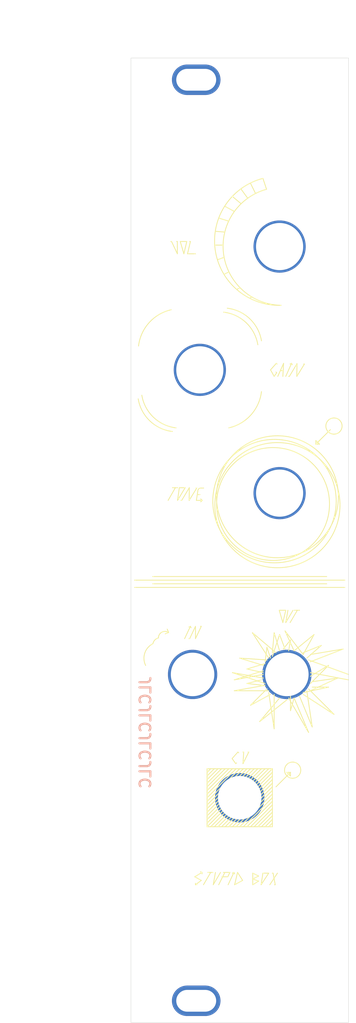
<source format=kicad_pcb>
(kicad_pcb (version 20211014) (generator pcbnew)
  (layers (0 "F.Cu" signal) (31 "B.Cu" signal) (34 "B.Paste" user) (35 "F.Paste" user) (36 "B.SilkS" user "B.Silkscreen") (37 "F.SilkS" user "F.Silkscreen") (38 "B.Mask" user) (39 "F.Mask" user) (44 "Edge.Cuts" user))
  (net 0 "")
  (footprint "Synth:Doepfer Mounting hole" (layer "F.Cu") (at 71 28)
    (fp_text reference "REF**" hide)
    (fp_text value "Doepfer Mounting hole")
    (pad "1" thru_hole oval locked (at 0 0) (size 6.7 4.2) (drill oval 5.5 3) (layers *.Cu *.Mask))
  )
  (footprint "Synth:Doepfer Mounting hole" (layer "F.Cu") (at 71 155)
    (fp_text reference "REF**" hide)
    (fp_text value "Doepfer Mounting hole")
    (pad "1" thru_hole oval locked (at 0 0) (size 6.7 4.2) (drill oval 5.5 3) (layers *.Cu *.Mask))
  )
  (gr_line (start 72.5 131) (end 72.5 123) (layer "F.SilkS") (width 0.12))
  (gr_line (start 80 123) (end 72.5 130.5) (layer "F.SilkS") (width 0.12))
  (gr_line (start 87.25 104.5) (end 85.75 107.25) (layer "F.SilkS") (width 0.12))
  (gr_line (start 67.190253 104.214932) (end 66.725321 104.405185) (layer "F.SilkS") (width 0.12))
  (gr_line (start 84 124) (end 83.5 123.5) (layer "F.SilkS") (width 0.12))
  (gr_circle (center 90 75.75) (end 89.5 74.75) (layer "F.SilkS") (width 0.12) (fill none))
  (gr_line (start 87.5 78.25) (end 87.5 77.75) (layer "F.SilkS") (width 0.12))
  (gr_line (start 87.5 78.25) (end 88 78.25) (layer "F.SilkS") (width 0.12))
  (gr_line (start 89.5 76.25) (end 87.5 78.25) (layer "F.SilkS") (width 0.12))
  (gr_line (start 87.5 77.75) (end 88 78.25) (layer "F.SilkS") (width 0.12))
  (gr_line (start 81.25 68) (end 81.75 68.9) (layer "F.SilkS") (width 0.12))
  (gr_line (start 81.5 107) (end 81.75 104.25) (layer "F.SilkS") (width 0.12))
  (gr_line (start 74.5 131) (end 81.5 124) (layer "F.SilkS") (width 0.12))
  (gr_line (start 77.55 120.7) (end 77.45 122.3) (layer "F.SilkS") (width 0.12))
  (gr_line (start 81.5 128.5) (end 79 131) (layer "F.SilkS") (width 0.12))
  (gr_line (start 80.25 109.5) (end 76.25 110.75) (layer "F.SilkS") (width 0.12))
  (gr_line (start 80.75 106.25) (end 80.5 108.25) (layer "F.SilkS") (width 0.12))
  (gr_circle (center 81.6 86.5) (end 85 93.5) (layer "F.SilkS") (width 0.12) (fill none))
  (gr_line (start 86.5 118) (end 84.5 113.25) (layer "F.SilkS") (width 0.12))
  (gr_line (start 76.2 137.3) (end 76 137.4) (layer "F.SilkS") (width 0.12))
  (gr_line (start 69.7 50.3) (end 69.3 52) (layer "F.SilkS") (width 0.12))
  (gr_line (start 76.3 139) (end 77.4 138.4) (layer "F.SilkS") (width 0.12))
  (gr_arc (start 65.788868 104.964931) (mid 66.264928 104.170202) (end 67.190253 104.214932) (layer "F.SilkS") (width 0.12))
  (gr_line (start 78 111.25) (end 80.25 111.5) (layer "F.SilkS") (width 0.12))
  (gr_line (start 68.4 50.3) (end 68.3 50.3) (layer "F.SilkS") (width 0.12))
  (gr_line (start 70.9 105.064932) (end 71.7 103.364932) (layer "F.SilkS") (width 0.12))
  (gr_line (start 80.5 108.5) (end 78 109.25) (layer "F.SilkS") (width 0.12))
  (gr_line (start 77.5 123) (end 72.5 128) (layer "F.SilkS") (width 0.12))
  (gr_line (start 81.5 125.5) (end 76 131) (layer "F.SilkS") (width 0.12))
  (gr_line (start 77.4 138.4) (end 76.7 137.3) (layer "F.SilkS") (width 0.12))
  (gr_line (start 86.25 107.75) (end 88.25 106) (layer "F.SilkS") (width 0.12))
  (gr_line (start 74.7 50.8) (end 73.6 50.8) (layer "F.SilkS") (width 0.12))
  (gr_line (start 71.225 84.7) (end 71.025 86) (layer "F.SilkS") (width 0.12))
  (gr_line (start 69.3 52) (end 68.8 50.3) (layer "F.SilkS") (width 0.12))
  (gr_line (start 78.4 58.1) (end 78.6 58) (layer "F.SilkS") (width 0.12))
  (gr_arc (start 82.7 59.1) (mid 73.624027 51.467996) (end 80.2 41.6) (layer "F.SilkS") (width 0.12))
  (gr_line (start 69.4 105.064932) (end 70.2 103.364932) (layer "F.SilkS") (width 0.12))
  (gr_line (start 67.6 50.3) (end 68.4 52) (layer "F.SilkS") (width 0.12))
  (gr_line (start 85.925 67.2) (end 85.825 67.2) (layer "F.SilkS") (width 0.12))
  (gr_line (start 75.95 121.6) (end 76.45 122.3) (layer "F.SilkS") (width 0.12))
  (gr_line (start 84.55 101.15) (end 85.25 101.15) (layer "F.SilkS") (width 0.12))
  (gr_line (start 75.5 47.5) (end 74.2 47.1) (layer "F.SilkS") (width 0.12))
  (gr_line (start 76.25 112.25) (end 80.5 111.5) (layer "F.SilkS") (width 0.12))
  (gr_line (start 75.4 139) (end 76.2 137.3) (layer "F.SilkS") (width 0.12))
  (gr_line (start 81 137.4) (end 79.95 139) (layer "F.SilkS") (width 0.12))
  (gr_arc (start 75.285085 59.5) (mid 78.393876 60.962784) (end 80 64) (layer "F.SilkS") (width 0.12))
  (gr_line (start 78.25 120.7) (end 78.15 120.7) (layer "F.SilkS") (width 0.12))
  (gr_line (start 82.05 67.1) (end 81.25 68) (layer "F.SilkS") (width 0.12))
  (gr_line (start 82 125.5) (end 84 123.5) (layer "F.SilkS") (width 0.12))
  (gr_line (start 80.2 137.4) (end 81 137.4) (layer "F.SilkS") (width 0.12))
  (gr_line (start 68.4 52) (end 68.4 50.3) (layer "F.SilkS") (width 0.12))
  (gr_line (start 81.5 131) (end 72.5 131) (layer "F.SilkS") (width 0.12))
  (gr_line (start 71.225 85.2) (end 71.525 85.2) (layer "F.SilkS") (width 0.12))
  (gr_line (start 78.25 120.7) (end 77.45 122.3) (layer "F.SilkS") (width 0.12))
  (gr_line (start 74.75 137.3) (end 75.65 137.3) (layer "F.SilkS") (width 0.12))
  (gr_line (start 70.2 103.364932) (end 70 103.464932) (layer "F.SilkS") (width 0.12))
  (gr_line (start 91.25 106.5) (end 86.75 108.25) (layer "F.SilkS") (width 0.12))
  (gr_line (start 73.5 123) (end 72.5 124) (layer "F.SilkS") (width 0.12))
  (gr_line (start 70.9 139) (end 70.9 138.8) (layer "F.SilkS") (width 0.12))
  (gr_line (start 71.8 137.3) (end 70.8 137.9) (layer "F.SilkS") (width 0.12))
  (gr_line (start 82.2 137.4) (end 81.15 139) (layer "F.SilkS") (width 0.12))
  (gr_line (start 84.9 67.15) (end 84.875 68.9) (layer "F.SilkS") (width 0.12))
  (gr_line (start 92 110.75) (end 86.75 109.75) (layer "F.SilkS") (width 0.12))
  (gr_line (start 85.925 67.2) (end 84.875 68.9) (layer "F.SilkS") (width 0.12))
  (gr_line (start 70.2 103.364932) (end 70.3 103.564932) (layer "F.SilkS") (width 0.12))
  (gr_line (start 90 115.5) (end 86.5 112) (layer "F.SilkS") (width 0.12))
  (gr_line (start 84.15 67.1) (end 83.95 67.2) (layer "F.SilkS") (width 0.12))
  (gr_line (start 82 68.3) (end 82.1 68.4) (layer "F.SilkS") (width 0.12))
  (gr_line (start 71.075 84.3) (end 70.975 84.3) (layer "F.SilkS") (width 0.12))
  (gr_line (start 76.75 120.7) (end 75.95 121.6) (layer "F.SilkS") (width 0.12))
  (gr_line (start 75.65 137.3) (end 75.35 137.9) (layer "F.SilkS") (width 0.12))
  (gr_line (start 81.5 130.5) (end 81 131) (layer "F.SilkS") (width 0.12))
  (gr_line (start 68.425 86) (end 68.675 84.25) (layer "F.SilkS") (width 0.12))
  (gr_line (start 80.5 111.25) (end 76 109.75) (layer "F.SilkS") (width 0.12))
  (gr_line (start 70.05 84.25) (end 69 86) (layer "F.SilkS") (width 0.12))
  (gr_line (start 78.5 131) (end 81.5 128) (layer "F.SilkS") (width 0.12))
  (gr_line (start 71.025 86) (end 71.725 86) (layer "F.SilkS") (width 0.12))
  (gr_arc (start 82.7 59.1) (mid 74.768285 51.966464) (end 80.7 43.1) (layer "F.SilkS") (width 0.12))
  (gr_line (start 84 105.25) (end 83.75 106.75) (layer "F.SilkS") (width 0.12))
  (gr_line (start 71.8 137.3) (end 71.8 137.5) (layer "F.SilkS") (width 0.12))
  (gr_line (start 81.5 124.5) (end 75 131) (layer "F.SilkS") (width 0.12))
  (gr_line (start 81.5 129) (end 79.5 131) (layer "F.SilkS") (width 0.12))
  (gr_line (start 79.6 137.8) (end 78.8 137.4) (layer "F.SilkS") (width 0.12))
  (gr_circle (center 84.3 123.2) (end 84.8 124.2) (layer "F.SilkS") (width 0.12) (fill none))
  (gr_line (start 69 86) (end 68.9 86) (layer "F.SilkS") (width 0.12))
  (gr_line (start 74.8 52.5) (end 74 52.8) (layer "F.SilkS") (width 0.12))
  (gr_line (start 83.75 113.25) (end 86.5 118) (layer "F.SilkS") (width 0.12))
  (gr_arc (start 80 71) (mid 78.54435 74.214915) (end 75.5 76) (layer "F.SilkS") (width 0.12))
  (gr_circle (center 82.2 86.657907) (end 80 95) (layer "F.SilkS") (width 0.12) (fill none))
  (gr_arc (start 71.225 84.7) (mid 71.342157 84.417157) (end 71.625 84.3) (layer "F.SilkS") (width 0.12))
  (gr_line (start 83.25 104) (end 84.5 106.75) (layer "F.SilkS") (width 0.12))
  (gr_line (start 71.7 138.4) (end 70.9 139) (layer "F.SilkS") (width 0.12))
  (gr_line (start 86.25 112.25) (end 87 117.25) (layer "F.SilkS") (width 0.12))
  (gr_line (start 83.35 101.15) (end 82.95 102.85) (layer "F.SilkS") (width 0.12))
  (gr_arc (start 67.714915 76.5) (mid 64.606124 75.037216) (end 63 72) (layer "F.SilkS") (width 0.12))
  (gr_line (start 77.5 131) (end 81.5 127) (layer "F.SilkS") (width 0.12))
  (gr_line (start 90.5 110.5) (end 86.75 112.25) (layer "F.SilkS") (width 0.12))
  (gr_line (start 82.45 101.15) (end 83.35 101.15) (layer "F.SilkS") (width 0.12))
  (gr_line (start 79 123) (end 72.5 129.5) (layer "F.SilkS") (width 0.12))
  (gr_line (start 73.35 139) (end 74.35 137.3) (layer "F.SilkS") (width 0.12))
  (gr_line (start 76.75 120.7) (end 76.85 120.8) (layer "F.SilkS") (width 0.12))
  (gr_line (start 86.5 108) (end 92 110) (layer "F.SilkS") (width 0.12))
  (gr_line (start 81.75 104.25) (end 82.5 106.75) (layer "F.SilkS") (width 0.12))
  (gr_line (start 81 112.5) (end 81.75 117.5) (layer "F.SilkS") (width 0.12))
  (gr_line (start 65 96.5) (end 89 96.5) (layer "F.SilkS") (width 0.12))
  (gr_line (start 80.2 41.6) (end 80.7 43.1) (layer "F.SilkS") (width 0.12))
  (gr_line (start 81.5 123) (end 81.5 131) (layer "F.SilkS") (width 0.12))
  (gr_line (start 82.95 102.85) (end 82.45 101.15) (layer "F.SilkS") (width 0.12))
  (gr_line (start 78.5 114.25) (end 80.75 112) (layer "F.SilkS") (width 0.12))
  (gr_line (start 70.8 137.9) (end 71.7 138.4) (layer "F.SilkS") (width 0.12))
  (gr_line (start 83.35 68.9) (end 84.15 67.1) (layer "F.SilkS") (width 0.12))
  (gr_line (start 84.5 113.25) (end 84 115) (layer "F.SilkS") (width 0.12))
  (gr_line (start 72.5 131) (end 80.5 123) (layer "F.SilkS") (width 0.12))
  (gr_line (start 74.9 49) (end 73.7 48.9) (layer "F.SilkS") (width 0.12))
  (gr_line (start 70.9 139) (end 71.1 139) (layer "F.SilkS") (width 0.12))
  (gr_line (start 76.45 122.3) (end 76.55 122.2) (layer "F.SilkS") (width 0.12))
  (gr_line (start 84 115) (end 84 113) (layer "F.SilkS") (width 0.12))
  (gr_line (start 81.5 129.5) (end 80 131) (layer "F.SilkS") (width 0.12))
  (gr_line (start 78 123) (end 72.5 128.5) (layer "F.SilkS") (width 0.12))
  (gr_line (start 76 123) (end 72.5 126.5) (layer "F.SilkS") (width 0.12))
  (gr_line (start 81.8 139) (end 81.9 139) (layer "F.SilkS") (width 0.12))
  (gr_line (start 81 112.25) (end 76.25 112.25) (layer "F.SilkS") (width 0.12))
  (gr_line (start 82.95 68.1) (end 82.65 68.1) (layer "F.SilkS") (width 0.12))
  (gr_line (start 76.7 137.3) (end 76.3 139) (layer "F.SilkS") (width 0.12))
  (gr_line (start 84.9 67.15) (end 83.85 68.9) (layer "F.SilkS") (width 0.12))
  (gr_line (start 69.8 52) (end 70.9 52) (layer "F.SilkS") (width 0.12))
  (gr_line (start 76.25 46.15) (end 74.95 45.45) (layer "F.SilkS") (width 0.12))
  (gr_line (start 81.6 137.4) (end 81.9 139) (layer "F.SilkS") (width 0.12))
  (gr_line (start 73.5 131) (end 81.5 123) (layer "F.SilkS") (width 0.12))
  (gr_line (start 76.2 137.3) (end 76.3 137.5) (layer "F.SilkS") (width 0.12))
  (gr_line (start 79.6 138.5) (end 78.8 138.2) (layer "F.SilkS") (width 0.12))
  (gr_line (start 78 109.25) (end 80.25 109.75) (layer "F.SilkS") (width 0.12))
  (gr_line (start 67.725 84.25) (end 68.425 84.25) (layer "F.SilkS") (width 0.12))
  (gr_line (start 77 107.75) (end 80.25 108.75) (layer "F.SilkS") (width 0.12))
  (gr_line (start 73.65 137.3) (end 73.35 139) (layer "F.SilkS") (width 0.12))
  (gr_line (start 76.6 56.9) (end 77 56.7) (layer "F.SilkS") (width 0.12))
  (gr_line (start 67.190253 104.214932) (end 67 103.75) (layer "F.SilkS") (width 0.12))
  (gr_line (start 76.5 131) (end 81.5 126) (layer "F.SilkS") (width 0.12))
  (gr_line (start 70.2 50.3) (end 69.8 52) (layer "F.SilkS") (width 0.12))
  (gr_line (start 81 123) (end 73 131) (layer "F.SilkS") (width 0.12))
  (gr_line (start 83.05 67.1) (end 82.25 68.9) (layer "F.SilkS") (width 0.12))
  (gr_line (start 83.05 67.1) (end 82.95 68.9) (layer "F.SilkS") (width 0.12))
  (gr_arc (start 65.028109 105.762778) (mid 65.292866 105.253607) (end 65.788868 104.964931) (layer "F.SilkS") (width 0.12))
  (gr_line (start 75.5 54.5) (end 74.9 54.8) (layer "F.SilkS") (width 0.12))
  (gr_line (start 71.7 103.364932) (end 71.6 103.364932) (layer "F.SilkS") (width 0.12))
  (gr_line (start 81.75 68.9) (end 82.1 68.4) (layer "F.SilkS") (width 0.12))
  (gr_line (start 70.2 50.3) (end 70.1 50.3) (layer "F.SilkS") (width 0.12))
  (gr_line (start 86.75 111.25) (end 89.25 108.75) (layer "F.SilkS") (width 0.12))
  (gr_line (start 83.35 102.85) (end 84.35 101.15) (layer "F.SilkS") (width 0.12))
  (gr_line (start 81.25 112.75) (end 78.5 114.25) (layer "F.SilkS") (width 0.12))
  (gr_line (start 83.65 101.15) (end 83.35 102.85) (layer "F.SilkS") (width 0.12))
  (gr_line (start 78.1 44.33) (end 77.2 43.1) (layer "F.SilkS") (width 0.12))
  (gr_line (start 82.5 104.5) (end 81.5 107.5) (layer "F.SilkS") (width 0.12))
  (gr_line (start 89.25 108.75) (end 86.75 110.25) (layer "F.SilkS") (width 0.12))
  (gr_line (start 62.5 98) (end 91.5 98) (layer "F.SilkS") (width 0.12))
  (gr_line (start 83.25 106.5) (end 82.5 104.5) (layer "F.SilkS") (width 0.12))
  (gr_line (start 86.75 107.25) (end 91.25 106.5) (layer "F.SilkS") (width 0.12))
  (gr_arc (start 74.785085 60.04435) (mid 77.893876 61.507134) (end 79.5 64.54435) (layer "F.SilkS") (width 0.12))
  (gr_line (start 72.5 125) (end 74.5 123) (layer "F.SilkS") (width 0.12))
  (gr_line (start 70.05 84.25) (end 70.025 86) (layer "F.SilkS") (width 0.12))
  (gr_line (start 83.85 68.9) (end 83.75 68.9) (layer "F.SilkS") (width 0.12))
  (gr_line (start 75.5 131) (end 81.5 125) (layer "F.SilkS") (width 0.12))
  (gr_line (start 75.35 137.9) (end 74.55 137.9) (layer "F.SilkS") (width 0.12))
  (gr_line (start 72.6 137.3) (end 73.3 137.3) (layer "F.SilkS") (width 0.12))
  (gr_line (start 80 110.75) (end 78 111.25) (layer "F.SilkS") (width 0.12))
  (gr_line (start 76 109.75) (end 80.25 110.5) (layer "F.SilkS") (width 0.12))
  (gr_line (start 84 123.5) (end 84 124) (layer "F.SilkS") (width 0.12))
  (gr_line (start 83 106.5) (end 84 105.25) (layer "F.SilkS") (width 0.12))
  (gr_line (start 78.8 139) (end 79.6 138.5) (layer "F.SilkS") (width 0.12))
  (gr_line (start 87 117.25) (end 85.25 113) (layer "F.SilkS") (width 0.12))
  (gr_line (start 81.25 107.75) (end 80.75 106.25) (layer "F.SilkS") (width 0.12))
  (gr_line (start 73 123) (end 72.5 123.5) (layer "F.SilkS") (width 0.12))
  (gr_line (start 70.1 105.064932) (end 70 105.064932) (layer "F.SilkS") (width 0.12))
  (gr_line (start 80.75 108) (end 77 107.75) (layer "F.SilkS") (width 0.12))
  (gr_arc (start 64.028109 108.762776) (mid 63.906789 107.05567) (end 65.028109 105.762778) (layer "F.SilkS") (width 0.12))
  (gr_line (start 78.5 123) (end 72.5 129) (layer "F.SilkS") (width 0.12))
  (gr_line (start 84.15 67.1) (end 84.25 67.3) (layer "F.SilkS") (width 0.12))
  (gr_line (start 85.75 112.75) (end 90 115.5) (layer "F.SilkS") (width 0.12))
  (gr_line (start 79.95 139) (end 80.2 137.4) (layer "F.SilkS") (width 0.12))
  (gr_line (start 70.9 103.364932) (end 70.9 105.064932) (layer "F.SilkS") (width 0.12))
  (gr_line (start 68.675 84.25) (end 69.475 84.25) (layer "F.SilkS") (width 0.12))
  (gr_line (start 89.25 111.75) (end 85.75 112.5) (layer "F.SilkS") (width 0.12))
  (gr_line (start 84 123.5) (end 83.5 123.5) (layer "F.SilkS") (width 0.12))
  (gr_arc (start 68.214915 76) (mid 65.106124 74.537216) (end 63.5 71.5) (layer "F.SilkS") (width 0.12))
  (gr_line (start 81.5 126.5) (end 77 131) (layer "F.SilkS") (width 0.12))
  (gr_line (start 68.125 84.25) (end 67.125 86) (layer "F.SilkS") (width 0.12))
  (gr_line (start 85.75 107.25) (end 83.25 104) (layer "F.SilkS") (width 0.12))
  (gr_line (start 74.95 137.3) (end 74.1 139) (layer "F.SilkS") (width 0.12))
  (gr_line (start 71.825 86) (end 71.625 85.8) (layer "F.SilkS") (width 0.12))
  (gr_line (start 78.8 138.2) (end 79.6 137.8) (layer "F.SilkS") (width 0.12))
  (gr_line (start 70.1 105.064932) (end 70.9 103.364932) (layer "F.SilkS") (width 0.12))
  (gr_line (start 71.8 137.3) (end 71.6 137.2) (layer "F.SilkS") (width 0.12))
  (gr_line (start 81.5 123.5) (end 74 131) (layer "F.SilkS") (width 0.12))
  (gr_line (start 72.5 123) (end 81.5 123) (layer "F.SilkS") (width 0.12))
  (gr_line (start 84.95 101.15) (end 83.95 102.85) (layer "F.SilkS") (width 0.12))
  (gr_line (start 75 123) (end 72.5 125.5) (layer "F.SilkS") (width 0.12))
  (gr_line (start 84.5 106.75) (end 87.25 104.5) (layer "F.SilkS") (width 0.12))
  (gr_line (start 67.6 50.3) (end 67.5 50.3) (layer "F.SilkS") (width 0.12))
  (gr_line (start 78.75 104.25) (end 81 107.75) (layer "F.SilkS") (width 0.12))
  (gr_line (start 82 107) (end 78.75 104.25) (layer "F.SilkS") (width 0.12))
  (gr_line (start 78.8 137.4) (end 78.8 139) (layer "F.SilkS") (width 0.12))
  (gr_line (start 71.825 86) (end 71.625 86.2) (layer "F.SilkS") (width 0.12))
  (gr_line (start 77.2 45.1) (end 76 44.1) (layer "F.SilkS") (width 0.12))
  (gr_line (start 87 111) (end 90.5 110.5) (layer "F.SilkS") (width 0.12))
  (gr_line (start 62.5 97) (end 91.5 97) (layer "F.SilkS") (width 0.12))
  (gr_line (start 77 123) (end 72.5 127.5) (layer "F.SilkS") (width 0.12))
  (gr_line (start 82.05 67.1) (end 82.15 67.2) (layer "F.SilkS") (width 0.12))
  (gr_line (start 76.25 110.75) (end 80.25 110) (layer "F.SilkS") (width 0.12))
  (gr_circle (center 81.8 86.1) (end 86 93.5) (layer "F.SilkS") (width 0.12) (fill none))
  (gr_line (start 81.5 130) (end 80.5 131) (layer "F.SilkS") (width 0.12))
  (gr_line (start 79.17 43.66) (end 78.5 42.3) (layer "F.SilkS") (width 0.12))
  (gr_line (start 83.5 113.5) (end 79.75 116.5) (layer "F.SilkS") (width 0.12))
  (gr_line (start 65 97.5) (end 89 97.5) (layer "F.SilkS") (width 0.12))
  (gr_line (start 76.5 123) (end 72.5 127) (layer "F.SilkS") (width 0.12))
  (gr_line (start 69.475 84.25) (end 68.425 86) (layer "F.SilkS") (width 0.12))
  (gr_line (start 75.5 123) (end 72.5 126) (layer "F.SilkS") (width 0.12))
  (gr_line (start 71.625 84.3) (end 72.025 84.3) (layer "F.SilkS") (width 0.12))
  (gr_line (start 79.75 116.5) (end 82.5 113.25) (layer "F.SilkS") (width 0.12))
  (gr_line (start 87 111.75) (end 89.25 111.75) (layer "F.SilkS") (width 0.12))
  (gr_line (start 73 137.3) (end 72 139) (layer "F.SilkS") (width 0.12))
  (gr_line (start 81.5 127.5) (end 78 131) (layer "F.SilkS") (width 0.12))
  (gr_line (start 81.75 117.5) (end 81.75 112.75) (layer "F.SilkS") (width 0.12))
  (gr_line (start 74 123) (end 72.5 124.5) (layer "F.SilkS") (width 0.12))
  (gr_line (start 71.075 84.3) (end 70.025 86) (layer "F.SilkS") (width 0.12))
  (gr_arc (start 63.04435 64.714915) (mid 64.5 61.5) (end 67.54435 59.714915) (layer "F.SilkS") (width 0.12))
  (gr_line (start 88.25 106) (end 85.75 107) (layer "F.SilkS") (width 0.12))
  (gr_line (start 72.5 130) (end 79.5 123) (layer "F.SilkS") (width 0.12))
  (gr_line (start 68.8 50.3) (end 69.7 50.3) (layer "F.SilkS") (width 0.12))
  (gr_line (start 81.5 137.4) (end 81.6 137.4) (layer "F.SilkS") (width 0.12))
  (gr_circle (center 82.2 85.5) (end 86 93) (layer "F.SilkS") (width 0.12) (fill none))
  (gr_line (start 77.55 120.7) (end 77.45 120.7) (layer "F.SilkS") (width 0.12))
  (gr_line (start 92 158) (end 62 158) (layer "Edge.Cuts") (width 0.05))
  (gr_line (start 62 158) (end 61.999999 151.000001) (layer "Edge.Cuts") (width 0.05))
  (gr_line (start 92 25) (end 92 158) (layer "Edge.Cuts") (width 0.05))
  (gr_line (start 62 25) (end 61.999999 151.000001) (layer "Edge.Cuts") (width 0.05))
  (gr_line (start 62 25) (end 92 25) (layer "Edge.Cuts") (width 0.05))
  (gr_text "JLCJLCJLCJLC" (at 64 118 90) (layer "B.SilkS") (effects (font (size 1.5 1.5) (thickness 0.3)) (justify mirror)))
  (via (at 71.5 68) (size 7.2) (drill 6.5) (layers "F.Cu" "B.Cu") (net 0))
  (via (at 70.5 110) (size 6.8) (drill 6) (layers "F.Cu" "B.Cu") (net 0))
  (via (at 83.5 110) (size 6.8) (drill 6) (layers "F.Cu" "B.Cu") (net 0))
  (via (at 77 127) (size 6.8) (drill 6) (layers "F.Cu" "B.Cu") (net 0))
  (via (at 82.5 85) (size 7.2) (drill 6.5) (layers "F.Cu" "B.Cu") (net 0))
  (via (at 82.5 51) (size 7.2) (drill 6.5) (layers "F.Cu" "B.Cu") (net 0))
)
</source>
